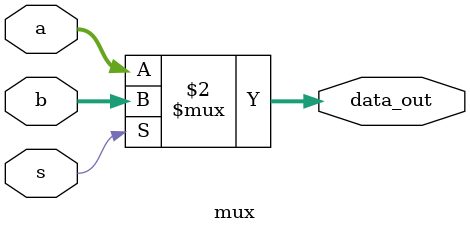
<source format=v>
`timescale 1ns / 1ps


module mux(
    input [63:0]a,
    input [63:0]b,
    input s,
    output [63:0]data_out
    );
    
    assign data_out = (s == 1'b0) ? a : b;
    
    
endmodule

</source>
